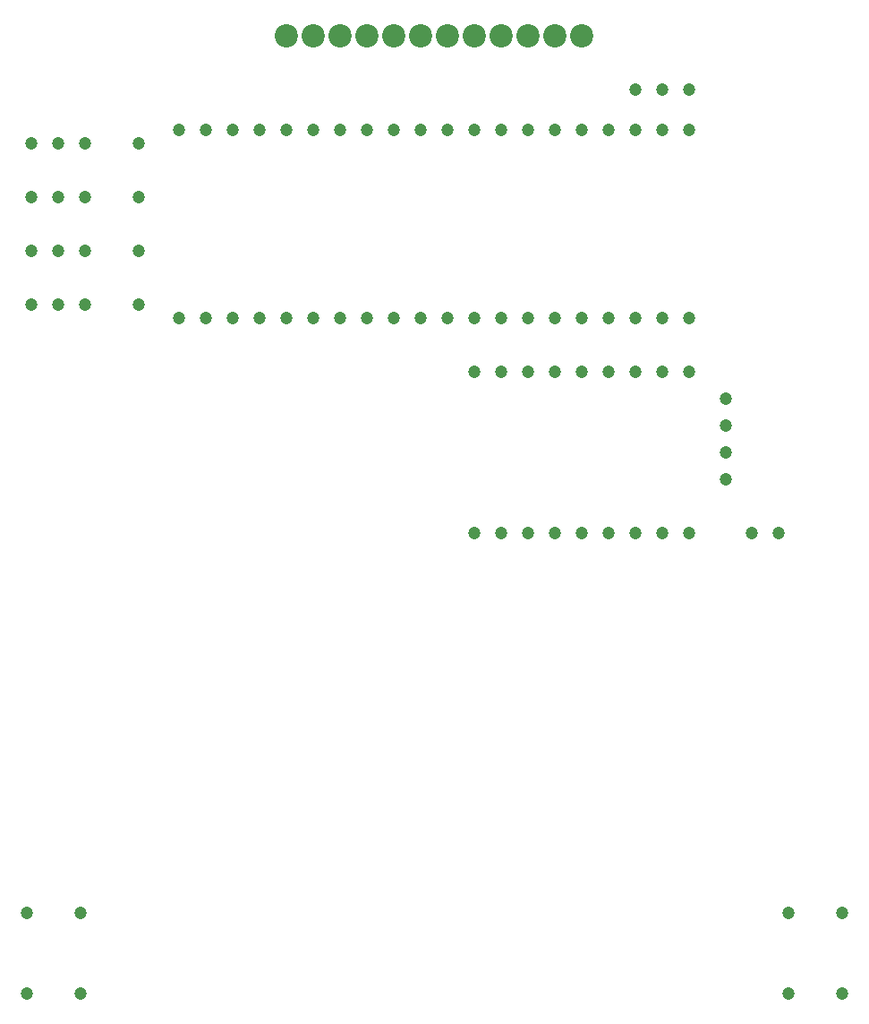
<source format=gts>
G71*G90*G75*D02*
%ASAXBY*OFA0B0*MOMM*FSLAX44Y44*IPPOS*%
%ADD19C,1.200*%
%ADD23C,2.200*%
G54D19*
G01X1185500Y1038500D03*
X1236300D03*
X1185500Y962300D03*
X1236300D03*
X465500Y1038500D03*
X516300D03*
X465500Y962300D03*
X516300D03*
X1151200Y1397000D03*
X1176600D03*
X1092200D03*
X1066800D03*
X1041400D03*
X1016000D03*
X990600D03*
X965200D03*
X939800D03*
X914400D03*
X889000D03*
X1092200Y1549400D03*
X1066800D03*
X1041400D03*
X1016000D03*
X990600D03*
X965200D03*
X939800D03*
X914400D03*
X889000D03*
X1126700Y1524000D03*
Y1498600D03*
Y1473200D03*
Y1447800D03*
X609600Y1778000D03*
X635000D03*
X660400D03*
X685800D03*
X711200D03*
X736600D03*
X762000D03*
X787400D03*
X812800D03*
X838200D03*
X863600D03*
X889000D03*
X914400D03*
X939800D03*
X965200D03*
X990600D03*
X1016000D03*
X1041400D03*
X1066800D03*
X1092200D03*
X609600Y1600200D03*
X635000D03*
X660400D03*
X685800D03*
X711200D03*
X736600D03*
X762000D03*
X787400D03*
X812800D03*
X838200D03*
X863600D03*
X889000D03*
X914400D03*
X939800D03*
X965200D03*
X990600D03*
X1016000D03*
X1041400D03*
X1066800D03*
X1092200D03*
G54D23*
X736600Y1866900D03*
X762000D03*
X787400D03*
X812800D03*
X838200D03*
X863600D03*
X889000D03*
X914400D03*
X939800D03*
X965200D03*
G54D19*
X495300Y1765300D03*
X469900D03*
X495300Y1714500D03*
X469900D03*
X495300Y1663700D03*
X469900D03*
Y1612900D03*
X495300D03*
X520700D03*
X571500D03*
X520700Y1663700D03*
X571500D03*
X520700Y1714500D03*
X571500D03*
X520700Y1765300D03*
X571500D03*
X1041400Y1816100D03*
X1066800D03*
X1092200D03*
G54D23*
X711200Y1866900D03*
X990600D03*
G01X0Y0D02*
M02*

</source>
